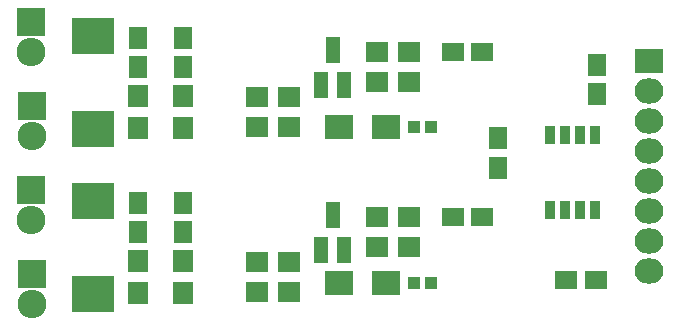
<source format=gbs>
G04 #@! TF.FileFunction,Soldermask,Bot*
%FSLAX46Y46*%
G04 Gerber Fmt 4.6, Leading zero omitted, Abs format (unit mm)*
G04 Created by KiCad (PCBNEW 4.0.7) date Sat Jan  5 20:39:28 2019*
%MOMM*%
%LPD*%
G01*
G04 APERTURE LIST*
%ADD10C,0.100000*%
%ADD11R,1.650000X1.900000*%
%ADD12R,1.900000X1.650000*%
%ADD13R,2.432000X2.127200*%
%ADD14O,2.432000X2.127200*%
%ADD15R,2.400000X2.000000*%
%ADD16R,1.200100X2.200860*%
%ADD17R,1.000000X1.100000*%
%ADD18R,2.432000X2.432000*%
%ADD19O,2.432000X2.432000*%
%ADD20R,1.900000X1.700000*%
%ADD21R,1.700000X1.900000*%
%ADD22R,3.600000X3.100000*%
%ADD23R,0.908000X1.543000*%
G04 APERTURE END LIST*
D10*
D11*
X74097000Y-30779000D03*
X74097000Y-28279000D03*
X65750000Y-37000000D03*
X65750000Y-34500000D03*
D12*
X74000000Y-46500000D03*
X71500000Y-46500000D03*
D13*
X78499000Y-28015000D03*
D14*
X78499000Y-30555000D03*
X78499000Y-33095000D03*
X78499000Y-35635000D03*
X78499000Y-38175000D03*
X78499000Y-40715000D03*
X78499000Y-43255000D03*
X78499000Y-45795000D03*
D11*
X35235000Y-42463000D03*
X35235000Y-39963000D03*
X39045000Y-42463000D03*
X39045000Y-39963000D03*
D12*
X61925000Y-41213000D03*
X64425000Y-41213000D03*
D15*
X52285000Y-46801000D03*
X56285000Y-46801000D03*
D11*
X35235000Y-28493000D03*
X35235000Y-25993000D03*
X39045000Y-28493000D03*
X39045000Y-25993000D03*
D12*
X61925000Y-27243000D03*
X64425000Y-27243000D03*
D15*
X52285000Y-33593000D03*
X56285000Y-33593000D03*
D16*
X52695000Y-43984140D03*
X50795000Y-43984140D03*
X51745000Y-40981860D03*
D17*
X60065000Y-46801000D03*
X58665000Y-46801000D03*
D16*
X52695000Y-30014140D03*
X50795000Y-30014140D03*
X51745000Y-27011860D03*
D17*
X60065000Y-33593000D03*
X58665000Y-33593000D03*
D18*
X26162000Y-24638000D03*
D19*
X26162000Y-27178000D03*
D18*
X26162000Y-38862000D03*
D19*
X26162000Y-41402000D03*
D18*
X26250000Y-46000000D03*
D19*
X26250000Y-48540000D03*
D18*
X26250000Y-31750000D03*
D19*
X26250000Y-34290000D03*
D20*
X45315000Y-47563000D03*
X48015000Y-47563000D03*
D21*
X35235000Y-44943000D03*
X35235000Y-47643000D03*
X39045000Y-44943000D03*
X39045000Y-47643000D03*
D20*
X45315000Y-45023000D03*
X48015000Y-45023000D03*
X58175000Y-41213000D03*
X55475000Y-41213000D03*
D22*
X31425000Y-47703000D03*
X31425000Y-39803000D03*
D20*
X58175000Y-43753000D03*
X55475000Y-43753000D03*
X45315000Y-33593000D03*
X48015000Y-33593000D03*
D21*
X35235000Y-30973000D03*
X35235000Y-33673000D03*
X39045000Y-30973000D03*
X39045000Y-33673000D03*
D20*
X45315000Y-31053000D03*
X48015000Y-31053000D03*
X58175000Y-27243000D03*
X55475000Y-27243000D03*
D22*
X31425000Y-33733000D03*
X31425000Y-25833000D03*
D20*
X58175000Y-29783000D03*
X55475000Y-29783000D03*
D23*
X73970000Y-34228000D03*
X72700000Y-34228000D03*
X71430000Y-34228000D03*
X70160000Y-34228000D03*
X70160000Y-40578000D03*
X71430000Y-40578000D03*
X72700000Y-40578000D03*
X73970000Y-40578000D03*
M02*

</source>
